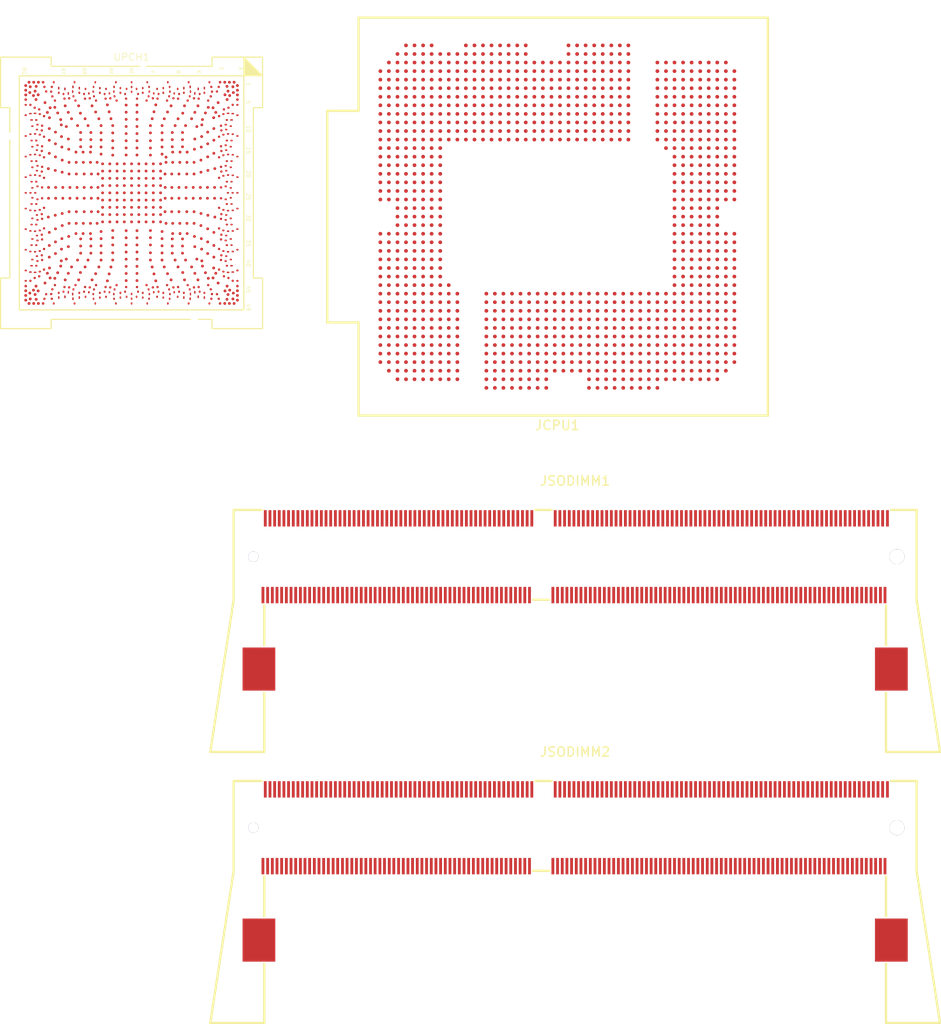
<source format=kicad_pcb>
(kicad_pcb (version 20241229) (generator "pcbnew") (generator_version "9.0")
  (title_block (title "Stroopwafel LGA1151 CFL") (company "WifiCable"))
  (layers (0 "F.Cu" signal) (2 "B.Cu" signal) (13 "F.Paste" user) (15 "B.Paste" user) (5 "F.SilkS" user "F.Silkscreen") (7 "B.SilkS" user "B.Silkscreen") (1 "F.Mask" user) (3 "B.Mask" user) (25 "Edge.Cuts" user))
  (net 0 "")
  (net 496 "GND")
  (net 1108 "DMI_CTx_PRx_1-")
  (net 1109 "DMI_CRx_PTx_2+")
  (net 1110 "DMI_CTx_PRx_2+")
  (net 1111 "DMI_CRx_PTx_1-")
  (net 1112 "DMI_CTx_PRx_2-")
  (net 1113 "DMI_CRx_PTx_3-")
  (net 1114 "DMI_CTx_PRx_3-")
  (net 1115 "DMI_CRx_PTx_1+")
  (net 1116 "DMI_CTx_PRx_0+")
  (net 1117 "DMI_CTx_PRx_1+")
  (net 1118 "DMI_CTx_PRx_3+")
  (net 1119 "DMI_CRx_PTx_2-")
  (net 1120 "DMI_CRx_PTx_3+")
  (net 1121 "DMI_CRx_PTx_0-")
  (net 1122 "DMI_CRx_PTx_0+")
  (net 1123 "DMI_CTx_PRx_0-")
  (net 1402 "DDR4_CH0_DQ33")
  (net 1403 "DDR4_CH0_DQ24")
  (net 1404 "DDR4_CH0_DQ25")
  (net 1405 "DDR4_CH0_DQ38")
  (net 1406 "DDR4_CH0_DQ3")
  (net 1407 "DDR4_CH0_DQ55")
  (net 1408 "DDR4_CH0_DQ12")
  (net 1409 "DDR4_CH0_DQ43")
  (net 1410 "DDR4_CH0_ECC2")
  (net 1411 "DDR4_CH0_DQ63")
  (net 1412 "DDR4_CH0_DQ11")
  (net 1413 "DDR4_CH0_DQ0")
  (net 1414 "DDR4_CH0_DQ62")
  (net 1415 "DDR4_CH0_DQ6")
  (net 1416 "DDR4_CH0_DQ61")
  (net 1417 "DDR4_CH0_DQ18")
  (net 1418 "DDR4_CH0_ECC5")
  (net 1419 "DDR4_CH0_ECC4")
  (net 1420 "DDR4_CH0_DQ41")
  (net 1421 "DDR4_CH0_DQ31")
  (net 1422 "DDR4_CH0_DQ15")
  (net 1423 "DDR4_CH0_DQ5")
  (net 1424 "DDR4_CH0_ECC1")
  (net 1425 "DDR4_CH0_DQ17")
  (net 1426 "DDR4_CH0_DQ32")
  (net 1427 "DDR4_CH0_DQ37")
  (net 1428 "DDR4_CH0_DQ21")
  (net 1429 "DDR4_CH0_DQ56")
  (net 1430 "DDR4_CH0_DQ44")
  (net 1431 "DDR4_CH0_DQ39")
  (net 1432 "DDR4_CH0_DQ4")
  (net 1433 "DDR4_CH0_DQ13")
  (net 1434 "DDR4_CH0_DQ49")
  (net 1435 "DDR4_CH0_DQ52")
  (net 1436 "DDR4_CH0_DQ23")
  (net 1437 "DDR4_CH0_ECC3")
  (net 1438 "DDR4_CH0_ECC0")
  (net 1439 "DDR4_CH0_DQ54")
  (net 1440 "DDR4_CH0_DQ2")
  (net 1441 "DDR4_CH0_DQ45")
  (net 1442 "DDR4_CH0_DQ53")
  (net 1443 "DDR4_CH0_ECC7")
  (net 1444 "DDR4_CH0_DQ28")
  (net 1445 "DDR4_CH0_DQ26")
  (net 1446 "DDR4_CH0_DQ46")
  (net 1447 "DDR4_CH0_DQ51")
  (net 1448 "DDR4_CH0_DQ27")
  (net 1449 "DDR4_CH0_DQ36")
  (net 1450 "DDR4_CH0_DQ29")
  (net 1451 "DDR4_CH0_DQ19")
  (net 1452 "DDR4_CH0_DQ60")
  (net 1453 "DDR4_CH0_DQ30")
  (net 1454 "DDR4_CH0_DQ57")
  (net 1455 "DDR4_CH0_DQ59")
  (net 1456 "DDR4_CH0_DQ7")
  (net 1457 "DDR4_CH0_DQ16")
  (net 1458 "DDR4_CH0_DQ10")
  (net 1459 "DDR4_CH0_DQ8")
  (net 1460 "DDR4_CH0_DQ20")
  (net 1461 "DDR4_CH0_DQ1")
  (net 1462 "DDR4_CH0_DQ9")
  (net 1463 "DDR4_CH0_DQ22")
  (net 1464 "DDR4_CH0_DQ48")
  (net 1465 "DDR4_CH0_DQ14")
  (net 1466 "DDR4_CH0_DQ40")
  (net 1467 "DDR4_CH0_DQ35")
  (net 1468 "DDR4_CH0_DQ47")
  (net 1469 "DDR4_CH0_DQ42")
  (net 1470 "DDR4_CH0_DQ50")
  (net 1471 "DDR4_CH0_DQ58")
  (net 1472 "DDR4_CH0_ECC6")
  (net 1473 "DDR4_CH0_DQ34")
  (net 1474 "DDR4_CH1_DQ53")
  (net 1475 "DDR4_CH1_DQ54")
  (net 1476 "DDR4_CH1_DQ39")
  (net 1477 "DDR4_CH1_DQ13")
  (net 1478 "DDR4_CH1_DQ50")
  (net 1479 "DDR4_CH1_DQ32")
  (net 1480 "DDR4_CH1_DQ20")
  (net 1481 "DDR4_CH1_DQ60")
  (net 1482 "DDR4_CH1_DQ35")
  (net 1483 "DDR4_CH1_DQ40")
  (net 1484 "DDR4_CH1_DQ1")
  (net 1485 "DDR4_CH1_DQ46")
  (net 1486 "DDR4_CH1_DQ37")
  (net 1487 "DDR4_CH1_DQ29")
  (net 1488 "DDR4_CH1_DQ21")
  (net 1489 "DDR4_CH1_DQ22")
  (net 1490 "DDR4_CH1_DQ27")
  (net 1491 "DDR4_CH1_DQ5")
  (net 1492 "DDR4_CH1_DQ24")
  (net 1493 "DDR4_CH1_DQ33")
  (net 1494 "DDR4_CH1_DQ45")
  (net 1495 "DDR4_CH1_ECC2")
  (net 1496 "DDR4_CH1_DQ8")
  (net 1497 "DDR4_CH1_ECC0")
  (net 1498 "DDR4_CH1_DQ6")
  (net 1499 "DDR4_CH1_ECC6")
  (net 1500 "DDR4_CH1_DQ47")
  (net 1501 "DDR4_CH1_DQ19")
  (net 1502 "DDR4_CH1_DQ51")
  (net 1503 "DDR4_CH1_DQ52")
  (net 1504 "DDR4_CH1_DQ31")
  (net 1505 "DDR4_CH1_DQ11")
  (net 1506 "DDR4_CH1_ECC4")
  (net 1507 "DDR4_CH1_DQ16")
  (net 1508 "DDR4_CH1_DQ44")
  (net 1509 "DDR4_CH1_DQ61")
  (net 1510 "DDR4_CH1_DQ23")
  (net 1511 "DDR4_CH1_DQ4")
  (net 1512 "DDR4_CH1_DQ25")
  (net 1513 "DDR4_CH1_DQ36")
  (net 1514 "DDR4_CH1_DQ34")
  (net 1515 "DDR4_CH1_DQ9")
  (net 1516 "DDR4_CH1_DQ55")
  (net 1517 "DDR4_CH1_DQ62")
  (net 1518 "DDR4_CH1_DQ10")
  (net 1519 "DDR4_CH1_DQ58")
  (net 1520 "DDR4_CH1_DQ38")
  (net 1521 "DDR4_CH1_DQ30")
  (net 1522 "DDR4_CH1_DQ28")
  (net 1523 "DDR4_CH1_ECC3")
  (net 1524 "DDR4_CH1_ECC5")
  (net 1525 "DDR4_CH1_DQ15")
  (net 1526 "DDR4_CH1_DQ3")
  (net 1527 "DDR4_CH1_DQ18")
  (net 1528 "DDR4_CH1_DQ48")
  (net 1529 "DDR4_CH1_DQ12")
  (net 1530 "DDR4_CH1_ECC7")
  (net 1531 "DDR4_CH1_DQ17")
  (net 1532 "DDR4_CH1_DQ57")
  (net 1533 "DDR4_CH1_DQ0")
  (net 1534 "DDR4_CH1_DQ59")
  (net 1535 "DDR4_CH1_DQ7")
  (net 1536 "DDR4_CH1_DQ2")
  (net 1537 "DDR4_CH1_DQ41")
  (net 1538 "DDR4_CH1_ECC1")
  (net 1539 "DDR4_CH1_DQ63")
  (net 1540 "DDR4_CH1_DQ42")
  (net 1541 "DDR4_CH1_DQ49")
  (net 1542 "DDR4_CH1_DQ43")
  (net 1543 "DDR4_CH1_DQ56")
  (net 1544 "DDR4_CH1_DQ14")
  (net 1545 "DDR4_CH1_DQ26")
  (net 1546 "DDR4_CH0_CLK1-")
  (net 1547 "DDR4_CH0_CS0#")
  (net 1548 "DDR4_CH0_CLK0+")
  (net 1549 "DDR4_CH0_CKE0")
  (net 1550 "DDR4_CH0_ODT1")
  (net 1551 "DDR4_CH0_CS1#")
  (net 1552 "DDR4_CH0_CLK1+")
  (net 1553 "DDR4_CH0_ODT0")
  (net 1554 "DDR4_CH0_CKE1")
  (net 1555 "DDR4_CH0_CLK0-")
  (net 1556 "DDR4_CH0_A11")
  (net 1557 "DDR4_CH0_BG0")
  (net 1558 "DDR4_CH0_A8")
  (net 1559 "DDR4_CH0_A0")
  (net 1560 "DDR4_CH0_A15_CAS#")
  (net 1561 "DDR4_CH0_A4")
  (net 1562 "DDR4_CH0_A10")
  (net 1563 "DDR4_CH0_A6")
  (net 1564 "DDR4_CH0_A14_WE#")
  (net 1565 "DDR4_CH0_A9")
  (net 1566 "DDR4_CH0_A16_RAS#")
  (net 1567 "DDR4_CH0_A5")
  (net 1568 "DDR4_CH0_A7")
  (net 1569 "DDR4_CH0_BA1")
  (net 1570 "DDR4_CH0_A1")
  (net 1571 "DDR4_CH0_A13")
  (net 1572 "DDR4_CH0_A2")
  (net 1573 "DDR4_CH0_A3")
  (net 1574 "DDR4_CH0_BA0")
  (net 1575 "DDR4_CH0_BG1")
  (net 1576 "DDR4_CH0_A12")
  (net 1577 "DDR4_CH0_DQS6-")
  (net 1578 "DDR4_CH0_DQS2-")
  (net 1579 "DDR4_CH0_DQS5-")
  (net 1580 "DDR4_CH0_ACT#")
  (net 1581 "DDR4_CH0_DQS7-")
  (net 1582 "DDR4_CH0_Alert#")
  (net 1583 "DDR4_CH0_Parity")
  (net 1584 "DDR4_CH0_DQS0+")
  (net 1585 "DDR4_CH0_DQS4-")
  (net 1586 "DDR4_CH0_DQS5+")
  (net 1587 "DDR4_CH0_DQS1-")
  (net 1588 "DDR4_CH0_DQS1+")
  (net 1589 "DDR4_CH0_DQS4+")
  (net 1590 "DDR4_CH0_DQS2+")
  (net 1591 "DDR4_CH0_DQS0-")
  (net 1592 "DDR4_CH0_DQS3+")
  (net 1593 "DDR4_CH0_DQS8+")
  (net 1594 "DDR4_CH0_DQS7+")
  (net 1595 "DDR4_CH0_DQS8-")
  (net 1596 "DDR4_CH0_DQS6+")
  (net 1597 "DDR4_CH0_DQS3-")
  (net 1598 "DDR4_CH1_DQS7-")
  (net 1599 "DDR4_CH1_A13")
  (net 1600 "DDR4_CH1_DQS5+")
  (net 1601 "DDR4_CH1_DQS0+")
  (net 1602 "DDR4_CH1_CS1#")
  (net 1603 "DDR4_CH1_CKE1")
  (net 1604 "DDR4_CH1_A11")
  (net 1605 "DDR4_CH1_CLK0-")
  (net 1606 "DDR4_CH1_A2")
  (net 1607 "DDR4_CH1_DQS8-")
  (net 1608 "DDR4_CH1_DQS2-")
  (net 1609 "DDR4_CH1_CS0#")
  (net 1610 "DDR4_CH1_DQS3+")
  (net 1611 "DDR4_CH1_DQS5-")
  (net 1612 "DDR4_CH1_A15_CAS#")
  (net 1613 "DDR4_CH1_Parity")
  (net 1614 "DDR4_CH1_DQS8+")
  (net 1615 "DDR4_CH1_CKE0")
  (net 1616 "DDR4_CH1_A9")
  (net 1617 "DDR4_CH1_DQS2+")
  (net 1618 "DDR4_CH1_A4")
  (net 1619 "DDR4_CH1_BA0")
  (net 1620 "DDR4_CH1_DQS1-")
  (net 1621 "DDR4_CH1_ODT0")
  (net 1622 "DDR4_CH1_A8")
  (net 1623 "DDR4_CH1_BG1")
  (net 1624 "DDR4_CH1_DQS1+")
  (net 1625 "DDR4_CH1_BG0")
  (net 1626 "DDR4_CH1_ODT1")
  (net 1627 "DDR4_CH1_DQS0-")
  (net 1628 "DDR4_CH1_DQS4+")
  (net 1629 "DDR4_CH1_A7")
  (net 1630 "DDR4_CH1_CLK1-")
  (net 1631 "DDR4_CH1_A0")
  (net 1632 "DDR4_CH1_DQS7+")
  (net 1633 "DDR4_CH1_DQS6+")
  (net 1634 "DDR4_CH1_A1")
  (net 1635 "DDR4_CH1_Alert#")
  (net 1636 "DDR4_CH1_A10")
  (net 1637 "DDR4_CH1_ACT#")
  (net 1638 "DDR4_CH1_A5")
  (net 1639 "DDR4_CH1_A12")
  (net 1640 "DDR4_CH1_BA1")
  (net 1641 "DDR4_CH1_CLK0+")
  (net 1642 "DDR4_CH1_DQS6-")
  (net 1643 "DDR4_CH1_A3")
  (net 1644 "DDR4_CH1_A14_WE#")
  (net 1645 "DDR4_CH1_A6")
  (net 1646 "DDR4_CH1_CLK1+")
  (net 1647 "DDR4_CH1_DQS3-")
  (net 1648 "DDR4_CH1_DQS4-")
  (net 1649 "DDR4_CH1_A16_RAS#")
  (footprint "A-my-stuff:DDR4-sodimm-std" (layer "F.Cu") (at 201.9 110.275)
    (property "Reference" "JSODIMM1")
    (property "Value" "DDR4-sodimm")
  )
  (footprint "A-my-stuff:CNP-H_BGA_874P-T" (layer "F.Cu") (at 154.48608 67.45997 90)
    (property "Reference" "UPCH1")
    (property "Value" "Intel Cannon Point 300-Series Platform Controller Hub" (hide yes))
  )
  (footprint "A-my-stuff:DDR4-sodimm-std" (layer "F.Cu") (at 201.9 139.225)
    (property "Reference" "JSODIMM2")
    (property "Value" "DDR4-sodimm")
  )
  (footprint "A-my-stuff:LGA-1151_L47.1-W42.5-P0.91_PE115127-4041-01H" (layer "F.Cu") (at 200 70 180)
    (property "Reference" "JCPU1")
    (property "Value" "Intel 8th/9th Generation Coffee-Lake LGA1151 CPU")
  )
)
</source>
